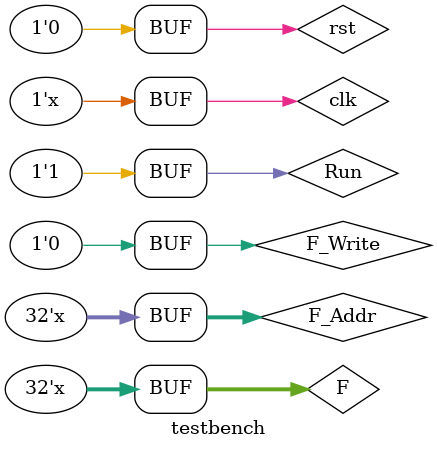
<source format=v>
`timescale 1ns / 1ps


module testbench(
    );
    reg clk,rst;
    reg Run,Step,F_Write;
    reg [31:0] F_Addr,F;
    SingleCPU CPU(.clk(clk), .rst(rst), .F(F), .F_Addr(F_Addr), .Run(Run), .Step(Step), .F_Write(F_Write));

initial clk = 1;
always #5 clk = ~clk;
initial
    begin
        rst = 1;
        #40 rst = 0;
    end
    
initial
begin
    Run = 0;
    #40 
    Run = 1;
end
/*
initial
begin
    Step = 0;
    #40
    Step = 1;
    #20
    Step = 0;
end
*/
initial
begin
    F_Write = 1;
    #40 F_Write = 0;
end

initial
begin
    F_Write = 1;
    #40 F_Write = 0;
end

initial
begin
    F_Addr = 32'h0000;
    #20 
    F_Addr = 32'h0004;
    #20 
    F_Addr = 32'hzzzz;
end

initial
begin
    F = 32'h0001;
    #20 
    F = 32'h0001;
    #20 
    F = 32'hzzzz;
end
endmodule

</source>
